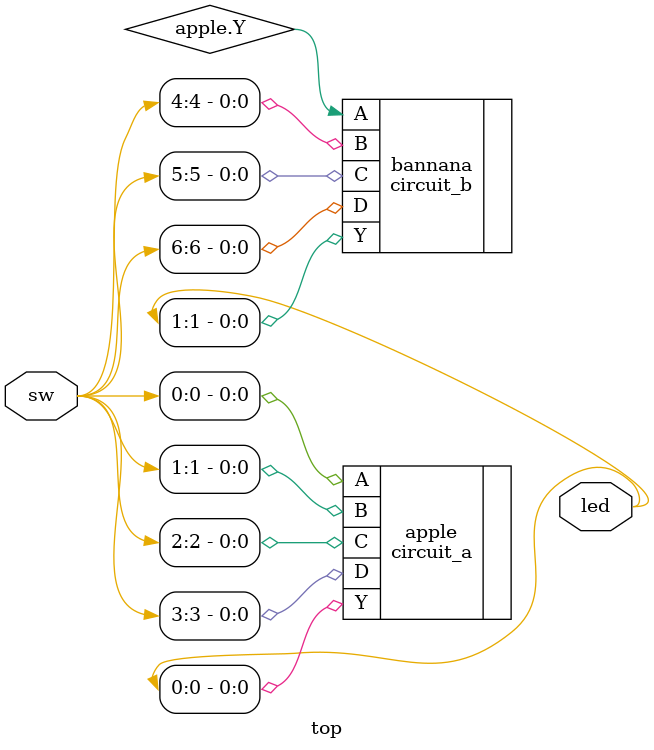
<source format=v>

module top(
    input [6:0] sw,
    output [1:0] led
);

circuit_a apple(
    // Declare inputs
     .A(sw[0]),.B(sw[1]),.C(sw[2]),.D(sw[3]),
     .Y(led[0])
 // Declare Y output
);

circuit_b bannana(
    // Declare inputs
     .A(apple.Y),.B(sw[4]),.C(sw[5]),.D(sw[6]),
     .Y(led[1])
 // Declare Y output
);
endmodule
</source>
